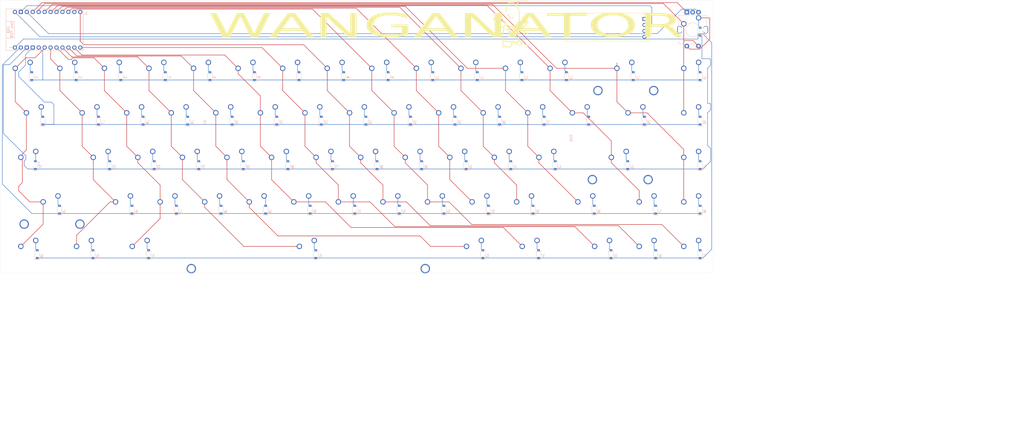
<source format=kicad_pcb>
(kicad_pcb (version 20240108) (generator "pcbnew") (generator_version "8.0")
  (layers (0 "F.Cu" signal) (31 "B.Cu" signal) (34 "B.Paste" user) (35 "F.Paste" user) (36 "B.SilkS" user "B.Silkscreen") (37 "F.SilkS" user "F.Silkscreen") (38 "B.Mask" user) (39 "F.Mask" user) (44 "Edge.Cuts" user))
  (net 0 "")
  (net 1 "row0")
  (net 2 "Net-(D1-A)")
  (net 3 "Net-(D2-A)")
  (net 4 "Net-(D3-A)")
  (net 5 "Net-(D4-A)")
  (net 6 "Net-(D5-A)")
  (net 7 "Net-(D6-A)")
  (net 8 "Net-(D7-A)")
  (net 9 "Net-(D8-A)")
  (net 10 "Net-(D9-A)")
  (net 11 "Net-(D10-A)")
  (net 12 "Net-(D11-A)")
  (net 13 "Net-(D12-A)")
  (net 14 "Net-(D13-A)")
  (net 15 "Net-(D14-A)")
  (net 16 "Net-(D15-A)")
  (net 17 "row1")
  (net 18 "Net-(D16-A)")
  (net 19 "Net-(D17-A)")
  (net 20 "Net-(D18-A)")
  (net 21 "Net-(D19-A)")
  (net 22 "Net-(D20-A)")
  (net 23 "Net-(D21-A)")
  (net 24 "Net-(D22-A)")
  (net 25 "Net-(D23-A)")
  (net 26 "Net-(D24-A)")
  (net 27 "Net-(D25-A)")
  (net 28 "Net-(D26-A)")
  (net 29 "Net-(D27-A)")
  (net 30 "Net-(D28-A)")
  (net 31 "Net-(D29-A)")
  (net 32 "Net-(D30-A)")
  (net 33 "row2")
  (net 34 "Net-(D31-A)")
  (net 35 "Net-(D32-A)")
  (net 36 "Net-(D33-A)")
  (net 37 "Net-(D34-A)")
  (net 38 "Net-(D35-A)")
  (net 39 "Net-(D36-A)")
  (net 40 "Net-(D37-A)")
  (net 41 "Net-(D38-A)")
  (net 42 "Net-(D39-A)")
  (net 43 "Net-(D40-A)")
  (net 44 "Net-(D41-A)")
  (net 45 "Net-(D42-A)")
  (net 46 "Net-(D43-A)")
  (net 47 "Net-(D44-A)")
  (net 48 "row3")
  (net 49 "Net-(D45-A)")
  (net 50 "Net-(D46-A)")
  (net 51 "Net-(D47-A)")
  (net 52 "Net-(D48-A)")
  (net 53 "Net-(D49-A)")
  (net 54 "Net-(D50-A)")
  (net 55 "Net-(D51-A)")
  (net 56 "Net-(D52-A)")
  (net 57 "Net-(D53-A)")
  (net 58 "Net-(D54-A)")
  (net 59 "Net-(D55-A)")
  (net 60 "Net-(D56-A)")
  (net 61 "Net-(D57-A)")
  (net 62 "Net-(D58-A)")
  (net 63 "row 4")
  (net 64 "Net-(D59-A)")
  (net 65 "Net-(D60-A)")
  (net 66 "Net-(D61-A)")
  (net 67 "Net-(D62-A)")
  (net 68 "Net-(D63-A)")
  (net 69 "Net-(D64-A)")
  (net 70 "Net-(D65-A)")
  (net 71 "Net-(D66-A)")
  (net 72 "Net-(D67-A)")
  (net 73 "column 0")
  (net 74 "column1")
  (net 75 "column2")
  (net 76 "column3")
  (net 77 "column4")
  (net 78 "column5")
  (net 79 "column6")
  (net 80 "column7")
  (net 81 "column8")
  (net 82 "column9")
  (net 83 "column10")
  (net 84 "column11")
  (net 85 "column12")
  (net 86 "column13")
  (net 87 "RotationA")
  (net 88 "SCL")
  (net 89 "RotationB")
  (net 90 "SDA")
  (net 91 "encoderA")
  (net 92 "encoderB")
  (net 93 "GND")
  (net 94 "VCC")
  (footprint "PCM_marbastlib-mx:SW_MX_1u" (layer "F.Cu") (at 183.35625 40.48125)
    (property "Reference" "MX24" (hide yes))
    (property "Value" "MX_SW_solder")
  )
  (footprint "PCM_marbastlib-mx:SW_MX_1u" (layer "F.Cu") (at 140.49375 78.58125)
    (property "Reference" "MX50" (hide yes))
    (property "Value" "MX_SW_solder")
  )
  (footprint "PCM_marbastlib-mx:SW_MX_1u" (layer "F.Cu") (at 64.29375 78.58125)
    (property "Reference" "MX46" (hide yes))
    (property "Value" "MX_SW_solder")
  )
  (footprint "PCM_marbastlib-mx:SW_MX_1u" (layer "F.Cu") (at 73.81875 59.53125)
    (property "Reference" "MX33" (hide yes))
    (property "Value" "MX_SW_solder")
  )
  (footprint "PCM_marbastlib-mx:SW_MX_1u" (layer "F.Cu") (at 33.3375 78.58125)
    (property "Reference" "MX45" (hide yes))
    (property "Value" "MX_SW_solder")
  )
  (footprint "PCM_marbastlib-mx:SW_MX_1.25u" (layer "F.Cu") (at 238.125 97.63125)
    (property "Reference" "MX64" (hide yes))
    (property "Value" "MX_SW_solder")
  )
  (footprint "PCM_marbastlib-mx:SW_MX_1u" (layer "F.Cu") (at 145.25625 40.48125)
    (property "Reference" "MX22" (hide yes))
    (property "Value" "MX_SW_solder")
  )
  (footprint "PCM_marbastlib-mx:SW_MX_1u" (layer "F.Cu") (at 188.11875 59.53125)
    (property "Reference" "MX39" (hide yes))
    (property "Value" "MX_SW_solder")
  )
  (footprint "PCM_marbastlib-mx:SW_MX_1u" (layer "F.Cu") (at 21.43125 21.43125)
    (property "Reference" "MX1" (hide yes))
    (property "Value" "MX_SW_solder")
  )
  (footprint "PCM_marbastlib-mx:SW_MX_1u" (layer "F.Cu") (at 288.13125 97.63125)
    (property "Reference" "MX66" (hide yes))
    (property "Value" "MX_SW_solder")
  )
  (footprint "PCM_marbastlib-mx:SW_MX_1u" (layer "F.Cu") (at 276.225 59.53125)
    (property "Reference" "MX43" (hide yes))
    (property "Value" "MX_SW_solder")
  )
  (footprint "PCM_marbastlib-mx:SW_MX_1.25u" (layer "F.Cu") (at 214.3125 97.63125)
    (property "Reference" "MX63" (hide yes))
    (property "Value" "MX_SW_solder")
  )
  (footprint "PCM_marbastlib-mx:SW_MX_1u" (layer "F.Cu") (at 50.00625 40.48125)
    (property "Reference" "MX17" (hide yes))
    (property "Value" "MX_SW_solder")
  )
  (footprint "PCM_marbastlib-mx:SW_MX_1.25u" (layer "F.Cu") (at 47.625 97.63125)
    (property "Reference" "MX60" (hide yes))
    (property "Value" "MX_SW_solder")
  )
  (footprint "PCM_marbastlib-mx:SW_MX_1.75u" (layer "F.Cu") (at 261.9375 78.58125)
    (property "Reference" "MX56" (hide yes))
    (property "Value" "MX_SW_solder")
  )
  (footprint "PCM_marbastlib-mx:SW_MX_1u" (layer "F.Cu") (at 278.60625 21.43125)
    (property "Reference" "MX14" (hide yes))
    (property "Value" "MX_SW_solder")
  )
  (footprint "PCM_marbastlib-mx:SW_MX_1u" (layer "F.Cu") (at 159.54375 78.58125)
    (property "Reference" "MX51" (hide yes))
    (property "Value" "MX_SW_solder")
  )
  (footprint "PCM_marbastlib-mx:STAB_MX_P_2u" (layer "F.Cu") (at 278.60625 21.43125 180)
    (property "Reference" "S1" (hide yes))
    (property "Value" "MX_stab")
  )
  (footprint "PCM_marbastlib-mx:SW_MX_1u" (layer "F.Cu") (at 59.53125 21.43125)
    (property "Reference" "MX3" (hide yes))
    (property "Value" "MX_SW_solder")
  )
  (footprint "PCM_marbastlib-mx:SW_MX_1u" (layer "F.Cu") (at 83.34375 78.58125)
    (property "Reference" "MX47" (hide yes))
    (property "Value" "MX_SW_solder")
  )
  (footprint "PCM_marbastlib-mx:SW_MX_1u" (layer "F.Cu") (at 216.69375 78.58125)
    (property "Reference" "MX54" (hide yes))
    (property "Value" "MX_SW_solder")
  )
  (footprint "PCM_marbastlib-mx:STAB_MX_P_6.25u" (layer "F.Cu") (at 142.875 97.63125 180)
    (property "Reference" "S4" (hide yes))
    (property "Value" "MX_stab")
  )
  (footprint "PCM_marbastlib-mx:STAB_MX_P_2.25u" (layer "F.Cu") (at 276.225 59.53125 180)
    (property "Reference" "S2" (hide yes))
    (property "Value" "MX_stab")
  )
  (footprint "PCM_marbastlib-mx:SW_MX_1.5u" (layer "F.Cu") (at 283.36875 40.48125)
    (property "Reference" "MX29" (hide yes))
    (property "Value" "MX_SW_solder")
  )
  (footprint "PCM_marbastlib-mx:SW_MX_1u" (layer "F.Cu") (at 111.91875 59.53125)
    (property "Reference" "MX35" (hide yes))
    (property "Value" "MX_SW_solder")
  )
  (footprint "PCM_marbastlib-mx:SW_MX_1u" (layer "F.Cu") (at 116.68125 21.43125)
    (property "Reference" "MX6" (hide yes))
    (property "Value" "MX_SW_solder")
  )
  (footprint "PCM_marbastlib-mx:SW_MX_1u" (layer "F.Cu") (at 126.20625 40.48125)
    (property "Reference" "MX21" (hide yes))
    (property "Value" "MX_SW_solder")
  )
  (footprint "PCM_marbastlib-mx:SW_MX_1u" (layer "F.Cu") (at 169.06875 59.53125)
    (property "Reference" "MX38" (hide yes))
    (property "Value" "MX_SW_solder")
  )
  (footprint "PCM_marbastlib-mx:SW_MX_1u" (layer "F.Cu") (at 240.50625 40.48125)
    (property "Reference" "MX27" (hide yes))
    (property "Value" "MX_SW_solder")
  )
  (footprint "PCM_marbastlib-mx:SW_MX_1u" (layer "F.Cu") (at 269.08125 97.63125)
    (property "Reference" "MX65" (hide yes))
    (property "Value" "MX_SW_solder")
  )
  (footprint "PCM_marbastlib-mx:STAB_MX_P_2.25u" (layer "F.Cu") (at 33.3375 78.58125 180)
    (property "Reference" "S3" (hide yes))
    (property "Value" "MX_stab")
  )
  (footprint "Connector_PinHeader_2.54mm:PinHeader_1x04_P2.54mm_Vertical" (layer "F.Cu") (at 286.54375 -2.2125)
    (property "Reference" "J2")
    (property "Value" "Conn_01x04")
  )
  (footprint "PCM_marbastlib-mx:SW_MX_1u" (layer "F.Cu") (at 78.58125 21.43125)
    (property "Reference" "MX4" (hide yes))
    (property "Value" "MX_SW_solder")
  )
  (footprint "PCM_marbastlib-mx:SW_MX_1u" (layer "F.Cu") (at 230.98125 21.43125)
    (property "Reference" "MX12" (hide yes))
    (property "Value" "MX_SW_solder")
  )
  (footprint "PCM_marbastlib-mx:SW_MX_1u" (layer "F.Cu") (at 307.18125 40.48125)
    (property "Reference" "MX30" (hide yes))
    (property "Value" "MX_SW_solder")
  )
  (footprint "PCM_marbastlib-mx:SW_MX_1u" (layer "F.Cu") (at 307.18125 59.53125)
    (property "Reference" "MX44" (hide yes))
    (property "Value" "MX_SW_solder")
  )
  (footprint "PCM_marbastlib-mx:SW_MX_1u" (layer "F.Cu") (at 102.39375 78.58125)
    (property "Reference" "MX48" (hide yes))
    (property "Value" "MX_SW_solder")
  )
  (footprint "PCM_marbastlib-mx:SW_MX_1u" (layer "F.Cu") (at 250.03125 21.43125)
    (property "Reference" "MX13" (hide yes))
    (property "Value" "MX_SW_solder")
  )
  (footprint "PCM_marbastlib-mx:SW_MX_1u" (layer "F.Cu") (at 235.74375 78.58125)
    (property "Reference" "MX55" (hide yes))
    (property "Value" "MX_SW_solder")
  )
  (footprint "PCM_marbastlib-mx:SW_MX_1u" (layer "F.Cu") (at 135.73125 21.43125)
    (property "Reference" "MX7" (hide yes))
    (property "Value" "MX_SW_solder")
  )
  (footprint "PCM_marbastlib-mx:SW_MX_1u" (layer "F.Cu") (at 97.63125 21.43125)
    (property "Reference" "MX5" (hide yes))
    (property "Value" "MX_SW_solder")
  )
  (footprint "PCM_marbastlib-mx:SW_MX_1u" (layer "F.Cu") (at 142.875 97.63125)
    (property "Reference" "MX62" (hide yes))
    (property "Value" "MX_SW_solder")
  )
  (footprint "PCM_marbastlib-mx:SW_MX_1u" (layer "F.Cu") (at 221.45625 40.48125)
    (property "Reference" "MX26" (hide yes))
    (property "Value" "MX_SW_solder")
  )
  (footprint "PCM_marbastlib-mx:SW_MX_1u" (layer "F.Cu") (at 178.59375 78.58125)
    (property "Reference" "MX52" (hide yes))
    (property "Value" "MX_SW_solder")
  )
  (footprint "PCM_marbastlib-mx:SW_MX_1u" (layer "F.Cu") (at 69.05625 40.48125)
    (property "Reference" "MX18" (hide yes))
    (property "Value" "MX_SW_solder")
  )
  (footprint "PCM_marbastlib-mx:SW_MX_1u" (layer "F.Cu") (at 92.86875 59.53125)
    (property "Reference" "MX34" (hide yes))
    (property "Value" "MX_SW_solder")
  )
  (footprint "PCM_marbastlib-mx:SW_MX_1u" (layer "F.Cu") (at 121.44375 78.58125)
    (property "Reference" "MX49" (hide yes))
    (property "Value" "MX_SW_solder")
  )
  (footprint "PCM_marbastlib-mx:SW_MX_1u" (layer "F.Cu") (at 192.88125 21.43125)
    (property "Reference" "MX10" (hide yes))
    (property "Value" "MX_SW_solder")
  )
  (footprint "PCM_marbastlib-mx:SW_MX_1u" (layer "F.Cu") (at 245.26875 59.53125)
    (property "Reference" "MX42" (hide yes))
    (property "Value" "MX_SW_solder")
  )
  (footprint "PCM_marbastlib-mx:SW_MX_1u" (layer "F.Cu") (at 307.18125 78.58125)
    (property "Reference" "MX58" (hide yes))
    (property "Value" "MX_SW_solder")
  )
  (footprint "PCM_marbastlib-mx:SW_MX_1.25u" (layer "F.Cu") (at 23.8125 59.53125)
    (property "Reference" "MX31" (hide yes))
    (property "Value" "MX_SW_solder")
  )
  (footprint "PCM_marbastlib-mx:SW_MX_1u" (layer "F.Cu") (at 164.30625 40.48125)
    (property "Reference" "MX23" (hide yes))
    (property "Value" "MX_SW_solder")
  )
  (footprint "PCM_marbastlib-mx:SW_MX_1.25u" (layer "F.Cu") (at 71.4375 97.63125)
    (property "Reference" "MX61" (hide yes))
    (property "Value" "MX_SW_solder")
  )
  (footprint "PCM_marbastlib-mx:SW_MX_1u" (layer "F.Cu") (at 54.76875 59.53125)
    (property "Reference" "MX32" (hide yes))
    (property "Value" "MX_SW_solder")
  )
  (footprint "PCM_marbastlib-mx:SW_MX_1u" (layer "F.Cu") (at 307.18125 21.43125)
    (property "Reference" "MX15" (hide yes))
    (property "Value" "MX_SW_solder")
  )
  (footprint "PCM_marbastlib-mx:SW_MX_1u" (layer "F.Cu") (at 173.83125 21.43125)
    (property "Reference" "MX9" (hide yes))
    (property "Value" "MX_SW_solder")
  )
  (footprint "PCM_marbastlib-mx:SW_MX_1u" (layer "F.Cu") (at 107.15625 40.48125)
    (property "Reference" "MX20" (hide yes))
    (property "Value" "MX_SW_solder")
  )
  (footprint "LOGO" (layer "F.Cu") (at 229.39375 0)
    (property "Reference" "G***" (hide yes))
    (property "Value" "LOGO" (hide yes))
  )
  (footprint "PCM_marbastlib-mx:SW_MX_1u" (layer "F.Cu") (at 150.01875 59.53125)
    (property "Reference" "MX37" (hide yes))
    (property "Value" "MX_SW_solder")
  )
  (footprint "PCM_marbastlib-mx:SW_MX_1.25u" (layer "F.Cu") (at 23.8125 97.63125)
    (property "Reference" "MX59" (hide yes))
    (property "Value" "MX_SW_solder")
  )
  (footprint "PCM_marbastlib-mx:SW_MX_1u" (layer "F.Cu") (at 259.55625 40.48125)
    (property "Reference" "MX28" (hide yes))
    (property "Value" "MX_SW_solder")
  )
  (footprint "PCM_marbastlib-mx:SW_MX_1u" (layer "F.Cu") (at 226.21875 59.53125)
    (property "Reference" "MX41" (hide yes))
    (property "Value" "MX_SW_solder")
  )
  (footprint "PCM_marbastlib-mx:SW_MX_1u" (layer "F.Cu") (at 307.18125 2.38125)
    (property "Reference" "MX68" (hide yes))
    (property "Value" "MX_SW_solder")
  )
  (footprint "PCM_marbastlib-mx:SW_MX_1u" (layer "F.Cu") (at 202.40625 40.48125)
    (property "Reference" "MX25" (hide yes))
    (property "Value" "MX_SW_solder")
  )
  (footprint "PCM_marbastlib-mx:SW_MX_1u" (layer "F.Cu") (at 197.64375 78.58125)
    (property "Reference" "MX53" (hide yes))
    (property "Value" "MX_SW_solder")
  )
  (footprint "PCM_marbastlib-mx:SW_MX_1.5u" (layer "F.Cu") (at 26.19375 40.48125)
    (property "Reference" "MX16" (hide yes))
    (property "Value" "MX_SW_solder")
  )
  (footprint "PCM_marbastlib-mx:SW_MX_1u" (layer "F.Cu") (at 130.96875 59.53125)
    (property "Reference" "MX36" (hide yes))
    (property "Value" "MX_SW_solder")
  )
  (footprint "PCM_marbastlib-mx:SW_MX_1u" (layer "F.Cu") (at 288.13125 78.58125)
    (property "Reference" "MX57" (hide yes))
    (property "Value" "MX_SW_solder")
  )
  (footprint "PCM_marbastlib-mx:SW_MX_1u" (layer "F.Cu") (at 207.16875 59.53125)
    (property "Reference" "MX40" (hide yes))
    (property "Value" "MX_SW_solder")
  )
  (footprint "PCM_marbastlib-mx:SW_MX_1u" (layer "F.Cu") (at 40.48125 21.43125)
    (property "Reference" "MX2" (hide yes))
    (property "Value" "MX_SW_solder")
  )
  (footprint "PCM_marbastlib-mx:SW_MX_1u" (layer "F.Cu") (at 307.18125 97.63125)
    (property "Reference" "MX67" (hide yes))
    (property "Value" "MX_SW_solder")
  )
  (footprint "PCM_marbastlib-mx:SW_MX_1u" (layer "F.Cu") (at 154.78125 21.43125)
    (property "Reference" "MX8" (hide yes))
    (property "Value" "MX_SW_solder")
  )
  (footprint "PCM_marbastlib-mx:SW_MX_1u" (layer "F.Cu") (at 88.10625 40.48125)
    (property "Reference" "MX19" (hide yes))
    (property "Value" "MX_SW_solder")
  )
  (footprint "PCM_marbastlib-mx:SW_MX_1u" (layer "F.Cu") (at 211.93125 21.43125)
    (property "Reference" "MX11" (hide yes))
    (property "Value" "MX_SW_solder")
  )
  (footprint "Diode_SMD:D_SOD-123" (layer "B.Cu") (at 162.71875 79.375 90)
    (property "Reference" "D51")
    (property "Value" "D_Small")
  )
  (footprint "Diode_SMD:D_SOD-123" (layer "B.Cu") (at 167.48125 41.275 90)
    (property "Reference" "D23")
    (property "Value" "D_Small")
  )
  (footprint "Diode_SMD:D_SOD-123" (layer "B.Cu") (at 262.73125 41.275 90)
    (property "Reference" "D28")
    (property "Value" "D_Small")
  )
  (footprint "Diode_SMD:D_SOD-123" (layer "B.Cu") (at 205.58125 41.275 90)
    (property "Reference" "D25")
    (property "Value" "D_Small")
  )
  (footprint "Diode_SMD:D_SOD-123" (layer "B.Cu") (at 62.70625 22.225 90)
    (property "Reference" "D3")
    (property "Value" "D_Small")
  )
  (footprint "Diode_SMD:D_SOD-123" (layer "B.Cu") (at 310.35625 60.325 90)
    (property "Reference" "D44")
    (property "Value" "D_Small")
  )
  (footprint "Diode_SMD:D_SOD-123" (layer "B.Cu") (at 172.24375 60.325 90)
    (property "Reference" "D38")
    (property "Value" "D_Small")
  )
  (footprint "PCM_marbastlib-various:RotaryEncoder_EC11" (layer "B.Cu") (at 307.18125 2.38125 -90)
    (property "Reference" "SW1")
    (property "Value" "RotaryEncoder_Switch")
  )
  (footprint "Diode_SMD:D_SOD-123" (layer "B.Cu") (at 36.5125 79.375 90)
    (property "Reference" "D45")
    (property "Value" "D_Small")
  )
  (footprint "Diode_SMD:D_SOD-123" (layer "B.Cu") (at 143.66875 79.375 90)
    (property "Reference" "D50")
    (property "Value" "D_Small")
  )
  (footprint "Diode_SMD:D_SOD-123" (layer "B.Cu") (at 100.80625 22.225 90)
    (property "Reference" "D5")
    (property "Value" "D_Small")
  )
  (footprint "Diode_SMD:D_SOD-123" (layer "B.Cu") (at 157.95625 22.225 90)
    (property "Reference" "D8")
    (property "Value" "D_Small")
  )
  (footprint "Diode_SMD:D_SOD-123" (layer "B.Cu") (at 74.6125 98.425 90)
    (property "Reference" "D61")
    (property "Value" "D_Small")
  )
  (footprint "Diode_SMD:D_SOD-123" (layer "B.Cu") (at 248.44375 60.325 90)
    (property "Reference" "D42")
    (property "Value" "D_Small")
  )
  (footprint "Diode_SMD:D_SOD-123" (layer "B.Cu") (at 191.29375 60.325 90)
    (property "Reference" "D39")
    (property "Value" "D_Small")
  )
  (footprint "Diode_SMD:D_SOD-123" (layer "B.Cu") (at 196.05625 22.225 90)
    (property "Reference" "D10")
    (property "Value" "D_Small")
  )
  (footprint "Diode_SMD:D_SOD-123" (layer "B.Cu") (at 200.81875 79.375 90)
    (property "Reference" "D53")
    (property "Value" "D_Small")
  )
  (footprint "Diode_SMD:D_SOD-123" (layer "B.Cu") (at 253.20625 22.225 90)
    (property "Reference" "D13")
    (property "Value" "D_Small")
  )
  (footprint "Diode_SMD:D_SOD-123" (layer "B.Cu") (at 310.35625 79.375 90)
    (property "Reference" "D58")
    (property "Value" "D_Small")
  )
  (footprint "Diode_SMD:D_SOD-123" (layer "B.Cu") (at 272.25625 98.425 90)
    (property "Reference" "D65")
    (property "Value" "D_Small")
  )
  (footprint "Diode_SMD:D_SOD-123" (layer "B.Cu") (at 105.56875 79.375 90)
    (property "Reference" "D48")
    (property "Value" "D_Small")
  )
  (footprint "Diode_SMD:D_SOD-123" (layer "B.Cu") (at 29.36875 41.275 90)
    (property "Reference" "D16")
    (property "Value" "D_Small")
  )
  (footprint "Diode_SMD:D_SOD-123" (layer "B.Cu") (at 96.04375 60.325 90)
    (property "Reference" "D34")
    (property "Value" "D_Small")
  )
  (footprint "PCM_marbastlib-xp-promicroish:ProMicro_USBdn" (layer "B.Cu") (at 31.4325 2.38125 -90)
    (property "Reference" "J1")
    (property "Value" "Conn_02x12_Top_Bottom")
  )
  (footprint "Diode_SMD:D_SOD-123" (layer "B.Cu") (at 57.94375 60.325 90)
    (property "Reference" "D32")
    (property "Value" "D_Small")
  )
  (footprint "Diode_SMD:D_SOD-123" (layer "B.Cu") (at 110.33125 41.275 90)
    (property "Reference" "D20")
    (property "Value" "D_Small")
  )
  (footprint "Diode_SMD:D_SOD-123" (layer "B.Cu") (at 291.30625 79.375 90)
    (property "Reference" "D57")
    (property "Value" "D_Small")
  )
  (footprint "Diode_SMD:D_SOD-123" (layer "B.Cu") (at 310.35625 3.175 90)
    (property "Reference" "D68")
    (property "Value" "D_Small")
  )
  (footprint "Diode_SMD:D_SOD-123" (layer "B.Cu") (at 210.34375 60.325 90)
    (property "Reference" "D40")
    (property "Value" "D_Small")
  )
  (footprint "Diode_SMD:D_SOD-123" (layer "B.Cu") (at 24.60625 22.225 90)
    (property "Reference" "D1")
    (property "Value" "D_Small")
  )
  (footprint "Diode_SMD:D_SOD-123" (layer "B.Cu") (at 234.15625 22.225 90)
    (property "Reference" "D12")
    (property "Value" "D_Small")
  )
  (footprint "Diode_SMD:D_SOD-123" (layer "B.Cu") (at 148.43125 41.275 90)
    (property "Reference" "D22")
    (property "Value" "D_Small")
  )
  (footprint "Diode_SMD:D_SOD-123" (layer "B.Cu") (at 50.8 98.425 90)
    (property "Reference" "D60")
    (property "Value" "D_Small")
  )
  (footprint "Diode_SMD:D_SOD-123" (layer "B.Cu") (at 138.90625 22.225 90)
    (property "Reference" "D7")
    (property "Value" "D_Small")
  )
  (footprint "Diode_SMD:D_SOD-123" (layer "B.Cu") (at 26.9875 98.425 90)
    (property "Reference" "D59")
    (property "Value" "D_Small")
  )
  (footprint "Diode_SMD:D_SOD-123" (layer "B.Cu") (at 286.54375 41.275 90)
    (property "Reference" "D29")
    (property "Value" "D_Small")
  )
  (footprint "Diode_SMD:D_SOD-123" (layer "B.Cu") (at 129.38125 41.275 90)
    (property "Reference" "D21")
    (property "Value" "D_Small")
  )
  (footprint "Diode_SMD:D_SOD-123" (layer "B.Cu") (at 91.28125 41.275 90)
    (property "Reference" "D19")
    (property "Value" "D_Small")
  )
  (footprint "Diode_SMD:D_SOD-123" (layer "B.Cu") (at 153.19375 60.325 90)
    (property "Reference" "D37")
    (property "Value" "D_Small")
  )
  (footprint "Diode_SMD:D_SOD-123" (layer "B.Cu") (at 224.63125 41.275 90)
    (property "Reference" "D26")
    (property "Value" "D_Small")
  )
  (footprint "Diode_SMD:D_SOD-123" (layer "B.Cu") (at 229.39375 60.325 90)
    (property "Reference" "D41")
    (property "Value" "D_Small")
  )
  (footprint "Diode_SMD:D_SOD-123" (layer "B.Cu") (at 238.91875 79.375 90)
    (property "Reference" "D55")
    (property "Value" "D_Small")
  )
  (footprint "Diode_SMD:D_SOD-123" (layer "B.Cu") (at 243.68125 41.275 90)
    (property "Reference" "D27")
    (property "Value" "D_Small")
  )
  (footprint "Diode_SMD:D_SOD-123" (layer "B.Cu") (at 279.4 60.325 90)
    (property "Reference" "D43")
    (property "Value" "D_Small")
  )
  (footprint "Diode_SMD:D_SOD-123" (layer "B.Cu") (at 146.05 98.425 90)
    (property "Reference" "D62")
    (property "Value" "D_Small")
  )
  (footprint "Diode_SMD:D_SOD-123" (layer "B.Cu") (at 281.78125 22.225 90)
    (property "Reference" "D14")
    (property "Value" "D_Small")
  )
  (footprint "Diode_SMD:D_SOD-123" (layer "B.Cu") (at 86.51875 79.375 90)
    (property "Reference" "D47")
    (property "Value" "D_Small")
  )
  (footprint "Diode_SMD:D_SOD-123" (layer "B.Cu") (at 43.65625 22.225 90)
    (property "Reference" "D2")
    (property "Value" "D_Small")
  )
  (footprint "Diode_SMD:D_SOD-123" (layer "B.Cu") (at 310.35625 41.275 90)
    (property "Reference" "D30")
    (property "Value" "D_Small")
  )
  (footprint "Diode_SMD:D_SOD-123" (layer "B.Cu") (at 217.4875 98.425 90)
    (property "Reference" "D63")
    (property "Value" "D_Small")
  )
  (footprint "Diode_SMD:D_SOD-123" (layer "B.Cu") (at 181.76875 79.375 90)
    (property "Reference" "D52")
    (property "Value" "D_Small")
  )
  (footprint "Diode_SMD:D_SOD-123" (layer "B.Cu") (at 219.86875 79.375 90)
    (property "Reference" "D54")
    (property "Value" "D_Small")
  )
  (footprint "Diode_SMD:D_SOD-123" (layer "B.Cu") (at 119.85625 22.225 90)
    (property "Reference" "D6")
    (property "Value" "D_Small")
  )
  (footprint "Diode_SMD:D_SOD-123" (layer "B.Cu") (at 215.10625 22.225 90)
    (property "Reference" "D11")
    (property "Value" "D_Small")
  )
  (footprint "Diode_SMD:D_SOD-123" (layer "B.Cu") (at 53.18125 41.275 90)
    (property "Reference" "D17")
    (property "Value" "D_Small")
  )
  (footprint "Diode_SMD:D_SOD-123" (layer "B.Cu") (at 72.23125 41.275 90)
    (property "Reference" "D18")
    (property "Value" "D_Small")
  )
  (footprint "Diode_SMD:D_SOD-123" (layer "B.Cu") (at 241.3 98.425 90)
    (property "Reference" "D64")
    (property "Value" "D_Small")
  )
  (footprint "Diode_SMD:D_SOD-123" (layer "B.Cu") (at 186.53125 41.275 90)
    (property "Reference" "D24")
    (property "Value" "D_Small")
  )
  (footprint "Diode_SMD:D_SOD-123" (layer "B.Cu") (at 291.30625 98.425 90)
    (property "Reference" "D66")
    (property "Value" "D_Small")
  )
  (footprint "Diode_SMD:D_SOD-123" (layer "B.Cu") (at 310.35625 22.225 90)
    (property "Reference" "D15")
    (property "Value" "D_Small")
  )
  (footprint "Diode_SMD:D_SOD-123" (layer "B.Cu") (at 115.09375 60.325 90)
    (property "Reference" "D35")
    (property "Value" "D_Small")
  )
  (footprint "Diode_SMD:D_SOD-123" (layer "B.Cu") (at 67.46875 79.375 90)
    (property "Reference" "D46")
    (property "Value" "D_Small")
  )
  (footprint "Diode_SMD:D_SOD-123" (layer "B.Cu") (at 310.35625 98.425 90)
    (property "Reference" "D67")
    (property "Value" "D_Small")
  )
  (footprint "Diode_SMD:D_SOD-123" (layer "B.Cu") (at 81.75625 22.225 90)
    (property "Reference" "D4")
    (property "Value" "D_Small")
  )
  (footprint "Diode_SMD:D_SOD-123" (layer "B.Cu") (at 76.99375 60.325 90)
    (property "Reference" "D33")
    (property "Value" "D_Small")
  )
  (footprint "Diode_SMD:D_SOD-123" (layer "B.Cu") (at 265.1125 79.375 90)
    (property "Reference" "D56")
    (property "Value" "D_Small")
  )
  (footprint "Diode_SMD:D_SOD-123" (layer "B.Cu") (at 124.61875 79.375 90)
    (property "Reference" "D49")
    (property "Value" "D_Small")
  )
  (footprint "Diode_SMD:D_SOD-123" (layer "B.Cu") (at 177.00625 22.225 90)
    (property "Reference" "D9")
    (property "Value" "D_Small")
  )
  (footprint "Diode_SMD:D_SOD-123" (layer "B.Cu") (at 26.19375 60.325 90)
    (property "Reference" "D31")
    (property "Value" "D_Small")
  )
  (footprint "Diode_SMD:D_SOD-123" (layer "B.Cu") (at 134.14375 60.325 90)
    (property "Reference" "D36")
    (property "Value" "D_Small")
  )
  (gr_rect (start 252.4125 -4.7625) (end 288.4125 7.2375) (stroke (width 0.2)) (fill none) (layer "F.SilkS"))
  (gr_arc (start 12.7 106.3625) (mid 11.577468 105.897532) (end 11.1125 104.775) (stroke (width 0.05)) (layer "Edge.Cuts"))
  (gr_arc (start 11.1125 -8.73125) (mid 11.577468 -9.853782) (end 12.7 -10.31875) (stroke (width 0.05)) (layer "Edge.Cuts"))
  (gr_line (start 12.7 106.3625) (end 314.325 106.3625) (stroke (width 0.05)) (layer "Edge.Cuts"))
  (gr_arc (start 315.9125 104.775) (mid 315.447532 105.897532) (end 314.325 106.3625) (stroke (width 0.05)) (layer "Edge.Cuts"))
  (gr_arc (start 314.325 -10.31875) (mid 315.447532 -9.853782) (end 315.9125 -8.73125) (stroke (width 0.05)) (layer "Edge.Cuts"))
  (gr_line (start 315.9125 -8.73125) (end 315.9125 104.775) (stroke (width 0.05)) (layer "Edge.Cuts"))
  (gr_line (start 11.1125 104.775) (end 11.1125 -8.73125) (stroke (width 0.05)) (layer "Edge.Cuts"))
  (gr_line (start 314.325 -10.31875) (end 12.7 -10.31875) (stroke (width 0.05)) (layer "Edge.Cuts"))
  (gr_text "WANGANATOR" (at 100.0125 7.14375 0) (layer "F.SilkS") (effects (font (size 10 20) (thickness 1.25)) (justify left bottom)))
  (segment (start 29.36875 11.7475) (end 29.36875 23.875) (width 0.2) (layer "B.Cu") (net 1))
  (segment (start 29.36875 23.875) (end 48.41875 23.875) (width 0.2) (layer "B.Cu") (net 1))
  (segment (start 27.6225 10.00125) (end 29.36875 11.7475) (width 0.2) (layer "B.Cu") (net 1))
  (segment (start 24.60625 23.875) (end 29.36875 23.875) (width 0.2) (layer "B.Cu") (net 1))
  (segment (start 48.41875 23.875) (end 310.35625 23.875) (width 0.2) (layer "B.Cu") (net 1))
  (segment (start 23.97125 19.94) (end 23.97125 16.35125) (width 0.2) (layer "B.Cu") (net 2))
  (segment (start 24.60625 20.575) (end 23.97125 19.94) (width 0.2) (layer "B.Cu") (net 2))
  (segment (start 43.65625 20.575) (end 43.02125 19.94) (width 0.2) (layer "B.Cu") (net 3))
  (segment (start 43.02125 19.94) (end 43.02125 16.35125) (width 0.2) (layer "B.Cu") (net 3))
  (segment (start 62.05625 19.925) (end 62.05625 16.36625) (width 0.2) (layer "B.Cu") (net 4))
  (segment (start 62.70625 20.575) (end 62.05625 19.925) (width 0.2) (layer "B.Cu") (net 4))
  (segment (start 62.05625 16.36625) (end 62.07125 16.35125) (width 0.2) (layer "B.Cu") (net 4))
  (segment (start 81.75625 20.575) (end 81.12125 19.94) (width 0.2) (layer "B.Cu") (net 5))
  (segment (start 81.12125 19.94) (end 81.12125 16.35125) (width 0.2) (layer "B.Cu") (net 5))
  (segment (start 100.80625 20.575) (end 100.17125 19.94) (width 0.2) (layer "B.Cu") (net 6))
  (segment (start 100.17125 19.94) (end 100.17125 16.35125) (width 0.2) (layer "B.Cu") (net 6))
  (segment (start 119.85625 20.575) (end 119.22125 19.94) (width 0.2) (layer "B.Cu") (net 7))
  (segment (start 119.22125 19.94) (end 119.22125 16.35125) (width 0.2) (layer "B.Cu") (net 7))
  (segment (start 138.90625 20.575) (end 138.27125 19.94) (width 0.2) (layer "B.Cu") (net 8))
  (segment (start 138.27125 19.94) (end 138.27125 16.35125) (width 0.2) (layer "B.Cu") (net 8))
  (segment (start 157.95625 20.575) (end 157.32125 19.94) (width 0.2) (layer "B.Cu") (net 9))
  (segment (start 157.32125 19.94) (end 157.32125 16.35125) (width 0.2) (layer "B.Cu") (net 9))
  (segment (start 176.37125 19.94) (end 176.37125 16.35125) (width 0.2) (layer "B.Cu") (net 10))
  (segment (start 177.00625 20.575) (end 176.37125 19.94) (width 0.2) (layer "B.Cu") (net 10))
  (segment (start 196.05625 20.575) (end 195.42125 19.94) (width 0.2) (layer "B.Cu") (net 11))
  (segment (start 195.42125 19.94) (end 195.42125 16.35125) (width 0.2) (layer "B.Cu") (net 11))
  (segment (start 214.47125 19.94) (end 214.47125 16.35125) (width 0.2) (layer "B.Cu") (net 12))
  (segment (start 215.10625 20.575) (end 214.47125 19.94) (width 0.2) (layer "B.Cu") (net 12))
  (segment (start 233.50625 19.925) (end 233.50625 16.36625) (width 0.2) (layer "B.Cu") (net 13))
  (segment (start 234.15625 20.575) (end 233.50625 19.925) (width 0.2) (layer "B.Cu") (net 13))
  (segment (start 233.50625 16.36625) (end 233.52125 16.35125) (width 0.2) (layer "B.Cu") (net 13))
  (segment (start 252.55625 16.36625) (end 252.57125 16.35125) (width 0.2) (layer "B.Cu") (net 14))
  (segment (start 252.55625 19.925) (end 252.55625 16.36625) (width 0.2) (layer "B.Cu") (net 14))
  (segment (start 253.20625 20.575) (end 252.55625 19.925) (width 0.2) (layer "B.Cu") (net 14))
  (segment (start 281.78125 20.575) (end 281.13125 19.925) (width 0.2) (layer "B.Cu") (net 15))
  (segment (start 281.13125 19.925) (end 281.13125 16.36625) (width 0.2) (layer "B.Cu") (net 15))
  (segment (start 281.13125 16.36625) (end 281.14625 16.35125) (width 0.2) (layer "B.Cu") (net 15))
  (segment (start 309.70625 19.925) (end 309.70625 16.36625) (width 0.2) (layer "B.Cu") (net 16))
  (segment (start 310.35625 20.575) (end 309.70625 19.925) (width 0.2) (layer "B.Cu") (net 16))
  (segment (start 309.70625 16.36625) (end 309.72125 16.35125) (width 0.2) (layer "B.Cu") (net 16))
  (segment (start 34.13125 34.439006) (end 34.13125 42.925) (width 0.2) (layer "B.Cu") (net 17))
  (segment (start 19.08735 20.460375) (end 19.08735 22.402125) (width 0.2) (layer "B.Cu") (net 17))
  (segment (start 19.08735 22.402125) (end 30.022725 33.3375) (width 0.2) (layer "B.Cu") (net 17))
  (segment (start 310.35625 42.925) (end 29.36875 42.925) (width 0.2) (layer "B.Cu") (net 17))
  (segment (start 29.36875 42.925) (end 34.13125 42.925) (width 0.2) (layer "B.Cu") (net 17))
  (segment (start 33.029744 33.3375) (end 34.13125 34.439006) (width 0.2) (layer "B.Cu") (net 17))
  (segment (start 25.0825 10.00125) (end 22.02125 13.0625) (width 0.2) (layer "B.Cu") (net 17))
  (segment (start 30.022725 33.3375) (end 33.029744 33.3375) (width 0.2) (layer "B.Cu") (net 17))
  (segment (start 22.02125 13.0625) (end 22.02125 17.526475) (width 0.2) (layer "B.Cu") (net 17))
  (segment (start 22.02125 17.526475) (end 19.08735 20.460375) (width 0.2) (layer "B.Cu") (net 17))
  (segment (start 29.36875 39.625) (end 28.73375 38.99) (width 0.2) (layer "B.Cu") (net 18))
  (segment (start 28.73375 38.99) (end 28.73375 35.40125) (width 0.2) (layer "B.Cu") (net 18))
  (segment (start 52.54625 38.99) (end 52.54625 35.40125) (width 0.2) (layer "B.Cu") (net 19))
  (segment (start 53.18125 39.625) (end 52.54625 38.99) (width 0.2) (layer "B.Cu") (net 19))
  (segment (start 71.59625 38.99) (end 71.59625 35.40125) (width 0.2) (layer "B.Cu") (net 20))
  (segment (start 72.23125 39.625) (end 71.59625 38.99) (width 0.2) (layer "B.Cu") (net 20))
  (segment (start 91.28125 39.625) (end 90.64625 38.99) (width 0.2) (layer "B.Cu") (net 21))
  (segment (start 90.64625 38.99) (end 90.64625 35.40125) (width 0.2) (layer "B.Cu") (net 21))
  (segment (start 109.69625 38.99) (end 109.69625 35.40125) (width 0.2) (layer "B.Cu") (net 22))
  (segment (start 110.33125 39.625) (end 109.69625 38.99) (width 0.2) (layer "B.Cu") (net 22))
  (segment (start 128.74625 38.99) (end 128.74625 35.40125) (width 0.2) (layer "B.Cu") (net 23))
  (segment (start 129.38125 39.625) (end 128.74625 38.99) (width 0.2) (layer "B.Cu") (net 23))
  (segment (start 148.43125 39.625) (end 147.79625 38.99) (width 0.2) (layer "B.Cu") (net 24))
  (segment (start 147.79625 38.99) (end 147.79625 35.40125) (width 0.2) (layer "B.Cu") (net 24))
  (segment (start 167.48125 39.625) (end 166.84625 38.99) (width 0.2) (layer "B.Cu") (net 25))
  (segment (start 166.84625 38.99) (end 166.84625 35.40125) (width 0.2) (layer "B.Cu") (net 25))
  (segment (start 185.89625 38.99) (end 185.89625 35.40125) (width 0.2) (layer "B.Cu") (net 26))
  (segment (start 186.53125 39.625) (end 185.89625 38.99) (width 0.2) (layer "B.Cu") (net 26))
  (segment (start 204.94625 38.99) (end 204.94625 35.40125) (width 0.2) (layer "B.Cu") (net 27))
  (segment (start 205.58125 39.625) (end 204.94625 38.99) (width 0.2) (layer "B.Cu") (net 27))
  (segment (start 223.99625 38.99) (end 223.99625 35.40125) (width 0.2) (layer "B.Cu") (net 28))
  (segment (start 224.63125 39.625) (end 223.99625 38.99) (width 0.2) (layer "B.Cu") (net 28))
  (segment (start 243.68125 39.625) (end 243.04625 38.99) (width 0.2) (layer "B.Cu") (net 29))
  (segment (start 243.04625 38.99) (end 243.04625 35.40125) (width 0.2) (layer "B.Cu") (net 29))
  (segment (start 262.73125 39.625) (end 262.09625 38.99) (width 0.2) (layer "B.Cu") (net 30))
  (segment (start 262.09625 38.99) (end 262.09625 35.40125) (width 0.2) (layer "B.Cu") (net 30))
  (segment (start 285.90875 38.99) (end 285.90875 35.40125) (width 0.2) (layer "B.Cu") (net 31))
  (segment (start 286.54375 39.625) (end 285.90875 38.99) (width 0.2) (layer "B.Cu") (net 31))
  (segment (start 309.72125 38.99) (end 309.72125 35.40125) (width 0.2) (layer "B.Cu") (net 32))
  (segment (start 310.35625 39.625) (end 309.72125 38.99) (width 0.2) (layer "B.Cu") (net 32))
  (segment (start 22.155112 57.873863) (end 21.43125 58.597725) (width 0.2) (layer "B.Cu") (net 33))
  (segment (start 21.43125 58.597725) (end 21.43125 60.464775) (width 0.2) (layer "B.Cu") (net 33))
  (segment (start 314.84625 36.635994) (end 313.53125 37.950994) (width 0.2) (layer "B.Cu") (net 33))
  (segment (start 314.530994 14.80125) (end 314.84625 15.116506) (width 0.2) (layer "B.Cu") (net 33))
  (segment (start 314.84625 17.585994) (end 313.53125 18.900994) (width 0.2) (layer "B.Cu") (net 33))
  (segment (start 313.53125 33.85125) (end 314.530994 33.85125) (width 0.2) (layer "B.Cu") (net 33))
  (segment (start 22.941475 61.975) (end 26.19375 61.975) (width 0.2) (layer "B.Cu") (net 33))
  (segment (start 311.15 14.80125) (end 314.530994 14.80125) (width 0.2) (layer "B.Cu") (net 33))
  (segment (start 310.35625 4.825) (end 311.15 5.61875) (width 0.2) (layer "B.Cu") (net 33))
  (segment (start 313.53125 37.950994) (end 313.53125 51.901506) (width 0.2) (layer "B.Cu") (net 33))
  (segment (start 22.155112 56.386145) (end 22.155112 57.873863) (width 0.2) (layer "B.Cu") (net 33))
  (segment (start 314.84625 58.678662) (end 311.549912 61.975) (width 0.2) (layer "B.Cu") (net 33))
  (segment (start 314.84625 34.166506) (end 314.84625 36.635994) (width 0.2) (layer "B.Cu") (net 33))
  (segment (start 311.15 5.61875) (end 311.15 14.80125) (width 0.2) (layer "B.Cu") (net 33))
  (segment (start 26.19375 61.975) (end 310.35625 61.975) (width 0.2) (layer "B.Cu") (net 33))
  (segment (start 313.53125 18.900994) (end 313.53125 33.85125) (width 0.2) (layer "B.Cu") (net 33))
  (segment (start 314.84625 53.216506) (end 314.84625 58.678662) (width 0.2) (layer "B.Cu") (net 33))
  (segment (start 311.549912 61.975) (end 310.35625 61.975) (width 0.2) (layer "B.Cu") (net 33))
  (segment (start 15.2025 17.34125) (end 12.811506 17.34125) (width 0.2) (layer "B.Cu") (net 33))
  (segment (start 22.5425 10.00125) (end 15.2025 17.34125) (width 0.2) (layer "B.Cu") (net 33))
  (segment (start 12.49625 17.656506) (end 12.49625 46.727283) (width 0.2) (layer "B.Cu") (net 33))
  (segment (start 12.811506 17.34125) (end 12.49625 17.656506) (width 0.2) (layer "B.Cu") (net 33))
  (segment (start 21.43125 60.464775) (end 22.941475 61.975) (width 0.2) (layer "B.Cu") (net 33))
  (segment (start 314.530994 33.85125) (end 314.84625 34.166506) (width 0.2) (layer "B.Cu") (net 33))
  (segment (start 314.84625 15.116506) (end 314.84625 17.585994) (width 0.2) (layer "B.Cu") (net 33))
  (segment (start 313.53125 51.901506) (end 314.84625 53.216506) (width 0.2) (layer "B.Cu") (net 33))
  (segment (start 12.49625 46.727283) (end 22.155112 56.386145) (width 0.2) (layer "B.Cu") (net 33))
  (segment (start 26.19375 58.675) (end 26.3525 58.51625) (width 0.2) (layer "B.Cu") (net 34))
  (segment (start 26.3525 58.51625) (end 26.3525 55.245) (width 0.2) (layer "B.Cu") (net 34))
  (segment (start 26.3525 55.245) (end 25.55875 54.45125) (width 0.2) (layer "B.Cu") (net 34))
  (segment (start 57.29375 54.46625) (end 57.30875 54.45125) (width 0.2) (layer "B.Cu") (net 35))
  (segment (start 57.94375 58.675) (end 57.29375 58.025) (width 0.2) (layer "B.Cu") (net 35))
  (segment (start 57.29375 58.025) (end 57.29375 54.46625) (width 0.2) (layer "B.Cu") (net 35))
  (segment (start 76.34375 54.46625) (end 76.35875 54.45125) (width 0.2) (layer "B.Cu") (net 36))
  (segment (start 76.34375 58.025) (end 76.34375 54.46625) (width 0.2) (layer "B.Cu") (net 36))
  (segment (start 76.99375 58.675) (end 76.34375 58.025) (width 0.2) (layer "B.Cu") (net 36))
  (segment (start 95.39375 58.025) (end 95.39375 54.46625) (width 0.2) (layer "B.Cu") (net 37))
  (segment (start 95.39375 54.46625) (end 95.40875 54.45125) (width 0.2) (layer "B.Cu") (net 37))
  (segment (start 96.04375 58.675) (end 95.39375 58.025) (width 0.2) (layer "B.Cu") (net 37))
  (segment (start 115.09375 58.675) (end 114.44375 58.025) (width 0.2) (layer "B.Cu") (net 38))
  (segment (start 114.44375 54.46625) (end 114.45875 54.45125) (width 0.2) (layer "B.Cu") (net 38))
  (segment (start 114.44375 58.025) (end 114.44375 54.46625) (width 0.2) (layer "B.Cu") (net 38))
  (segment (start 133.49375 54.46625) (end 133.50875 54.45125) (width 0.2) (layer "B.Cu") (net 39))
  (segment (start 133.49375 58.025) (end 133.49375 54.46625) (width 0.2) (layer "B.Cu") (net 39))
  (segment (start 134.14375 58.675) (end 133.49375 58.025) (width 0.2) (layer "B.Cu") (net 39))
  (segment (start 153.19375 58.675) (end 152.54375 58.025) (width 0.2) (layer "B.Cu") (net 40))
  (segment (start 152.54375 58.025) (end 152.54375 54.46625) (width 0.2) (layer "B.Cu") (net 40))
  (segment (start 152.54375 54.46625) (end 152.55875 54.45125) (width 0.2) (layer "B.Cu") (net 40))
  (segment (start 171.59375 54.46625) (end 171.60875 54.45125) (width 0.2) (layer "B.Cu") (net 41))
  (segment (start 171.59375 58.025) (end 171.59375 54.46625) (width 0.2) (layer "B.Cu") (net 41))
  (segment (start 172.24375 58.675) (end 171.59375 58.025) (width 0.2) (layer "B.Cu") (net 41))
  (segment (start 190.64375 54.46625) (end 190.65875 54.45125) (width 0.2) (layer "B.Cu") (net 42))
  (segment (start 191.29375 58.675) (end 190.64375 58.025) (width 0.2) (layer "B.Cu") (net 42))
  (segment (start 190.64375 58.025) (end 190.64375 54.46625) (width 0.2) (layer "B.Cu") (net 42))
  (segment (start 209.69375 54.46625) (end 209.70875 54.45125) (width 0.2) (layer "B.Cu") (net 43))
  (segment (start 210.34375 58.675) (end 209.69375 58.025) (width 0.2) (layer "B.Cu") (net 43))
  (segment (start 209.69375 58.025) (end 209.69375 54.46625) (width 0.2) (layer "B.Cu") (net 43))
  (segment (start 228.74375 54.46625) (end 228.75875 54.45125) (width 0.2) (layer "B.Cu") (net 44))
  (segment (start 229.39375 58.675) (end 228.74375 58.025) (width 0.2) (layer "B.Cu") (net 44))
  (segment (start 228.74375 58.025) (end 228.74375 54.46625) (width 0.2) (layer "B.Cu") (net 44))
  (segment (start 247.79375 58.025) (end 247.79375 54.46625) (width 0.2) (layer "B.Cu") (net 45))
  (segment (start 248.44375 58.675) (end 247.79375 58.025) (width 0.2) (layer "B.Cu") (net 45))
  (segment (start 247.79375 54.46625) (end 247.80875 54.45125) (width 0.2) (layer "B.Cu") (net 45))
  (segment (start 278.75 54.46625) (end 278.765 54.45125) (width 0.2) (layer "B.Cu") (net 46))
  (segment (start 279.4 58.675) (end 278.75 58.025) (width 0.2) (layer "B.Cu") (net 46))
  (segment (start 278.75 58.025) (end 278.75 54.46625) (width 0.2) (layer "B.Cu") (net 46))
  (segment (start 309.70625 54.46625) (end 309.72125 54.45125) (width 0.2) (layer "B.Cu") (net 47))
  (segment (start 309.70625 58.025) (end 309.70625 54.46625) (width 0.2) (layer "B.Cu") (net 47))
  (segment (start 310.35625 58.675) (end 309.70625 58.025) (width 0.2) (layer "B.Cu") (net 47))
  (segment (start 12.09625 17.49082) (end 12.09625 68.4525) (width 0.2) (layer "B.Cu") (net 48))
  (segment (start 20.0025 10.00125) (end 19.58582 10.00125) (width 0.2) (layer "B.Cu") (net 48))
  (segment (start 310.35625 81.025) (end 36.5125 81.025) (width 0.2) (layer "B.Cu") (net 48))
  (segment (start 12.09625 68.4525) (end 24.66875 81.025) (width 0.2) (layer "B.Cu") (net 48))
  (segment (start 19.58582 10.00125) (end 12.09625 17.49082) (width 0.2) (layer "B.Cu") (net 48))
  (segment (start 36.5125 81.025) (end 24.66875 81.025) (width 0.2) (layer "B.Cu") (net 48))
  (segment (start 36.5125 77.725) (end 35.8625 77.075) (width 0.2) (layer "B.Cu") (net 49))
  (segment (start 35.8625 73.51625) (end 35.8775 73.50125) (width 0.2) (layer "B.Cu") (net 49))
  (segment (start 35.8625 77.075) (end 35.8625 73.51625) (width 0.2) (layer "B.Cu") (net 49))
  (segment (start 67.46875 77.725) (end 66.81875 77.075) (width 0.2) (layer "B.Cu") (net 50))
  (segment (start 66.81875 73.51625) (end 66.83375 73.50125) (width 0.2) (layer "B.Cu") (net 50))
  (segment (start 66.81875 77.075) (end 66.81875 73.51625) (width 0.2) (layer "B.Cu") (net 50))
  (segment (start 85.86875 77.075) (end 85.86875 73.51625) (width 0.2) (layer "B.Cu") (net 51))
  (segment (start 85.86875 73.51625) (end 85.88375 73.50125) (width 0.2) (layer "B.Cu") (net 51))
  (segment (start 86.51875 77.725) (end 85.86875 77.075) (width 0.2) (layer "B.Cu") (net 51))
  (segment (start 104.91875 77.075) (end 104.91875 73.51625) (width 0.2) (layer "B.Cu") (net 52))
  (segment (start 104.91875 73.51625) (end 104.93375 73.50125) (width 0.2) (layer "B.Cu") (net 52))
  (segment (start 105.56875 77.725) (end 104.91875 77.075) (width 0.2) (layer "B.Cu") (net 52))
  (segment (start 124.61875 74.13625) (end 123.98375 73.50125) (width 0.2) (layer "B.Cu") (net 53))
  (segment (start 124.61875 77.725) (end 124.61875 74.13625) (width 0.2) (layer "B.Cu") (net 53))
  (segment (start 143.01875 73.51625) (end 143.03375 73.50125) (width 0.2) (layer "B.Cu") (net 54))
  (segment (start 143.66875 77.725) (end 143.01875 77.075) (width 0.2) (layer "B.Cu") (net 54))
  (segment (start 143.01875 77.075) (end 143.01875 73.51625) (width 0.2) (layer "B.Cu") (net 54))
  (segment (start 162.06875 77.075) (end 162.06875 73.51625) (width 0.2) (layer "B.Cu") (net 55))
  (segment (start 162.06875 73.51625) (end 162.08375 73.50125) (width 0.2) (layer "B.Cu") (net 55))
  (segment (start 162.71875 77.725) (end 162.06875 77.075) (width 0.2) (layer "B.Cu") (net 55))
  (segment (start 181.76875 77.725) (end 181.13375 77.09) (width 0.2) (layer "B.Cu") (net 56))
  (segment (start 181.13375 77.09) (end 181.13375 73.50125) (width 0.2) (layer "B.Cu") (net 56))
  (segment (start 200.18375 77.09) (end 200.18375 73.50125) (width 0.2) (layer "B.Cu") (net 57))
  (segment (start 200.81875 77.725) (end 200.18375 77.09) (width 0.2) (layer "B.Cu") (net 57))
  (segment (start 219.21875 73.51625) (end 219.23375 73.50125) (width 0.2) (layer "B.Cu") (net 58))
  (segment (start 219.86875 77.725) (end 219.21875 77.075) (width 0.2) (layer "B.Cu") (net 58))
  (segment (start 219.21875 77.075) (end 219.21875 73.51625) (width 0.2) (layer "B.Cu") (net 58))
  (segment (start 238.26875 77.075) (end 238.26875 73.51625) (width 0.2) (layer "B.Cu") (net 59))
  (segment (start 238.91875 77.725) (end 238.26875 77.075) (width 0.2) (layer "B.Cu") (net 59))
  (segment (start 238.26875 73.51625) (end 238.28375 73.50125) (width 0.2) (layer "B.Cu") (net 59))
  (segment (start 264.4625 77.075) (end 264.4625 73.51625) (width 0.2) (layer "B.Cu") (net 60))
  (segment (start 264.4625 73.51625) (end 264.4775 73.50125) (width 0.2) (layer "B.Cu") (net 60))
  (segment (start 265.1125 77.725) (end 264.4625 77.075) (width 0.2) (layer "B.Cu") (net 60))
  (segment (start 290.65625 73.51625) (end 290.67125 73.50125) (width 0.2) (layer "B.Cu") (net 61))
  (segment (start 291.30625 77.725) (end 290.65625 77.075) (width 0.2) (layer "B.Cu") (net 61))
  (segment (start 290.65625 77.075) (end 290.65625 73.51625) (width 0.2) (layer "B.Cu") (net 61))
  (segment (start 309.70625 73.51625) (end 309.72125 73.50125) (width 0.2) (layer "B.Cu") (net 62))
  (segment (start 310.35625 77.725) (end 309.70625 77.075) (width 0.2) (layer "B.Cu") (net 62))
  (segment (start 309.70625 77.075) (end 309.70625 73.51625) (width 0.2) (layer "B.Cu") (net 62))
  (segment (start 309.35 6.35) (end 309.45625 6.24375) (width 0.2) (layer "B.Cu") (net 63))
  (segment (start 311.45 4.075) (end 315.3125 7.9375) (width 0.2) (layer "B.Cu") (net 63))
  (segment (start 315.3125 96.312412) (end 311.549912 100.075) (width 0.2) (layer "B.Cu") (net 63))
  (segment (start 74.6125 100.075) (end 146.05 100.075) (width 0.2) (layer "B.Cu") (net 63))
  (segment (start 315.3125 7.9375) (end 315.3125 96.312412) (width 0.2) (layer "B.Cu") (net 63))
  (segment (start 17.4625 10.00125) (end 21.11375 6.35) (width 0.2) (layer "B.Cu") (net 63))
  (segment (start 26.9875 100.075) (end 50.8 100.075) (width 0.2) (layer "B.Cu") (net 63))
  (segment (start 309.757554 4.075) (end 311.45 4.075) (width 0.2) (layer "B.Cu") (net 63))
  (segment (start 146.05 100.075) (end 310.35625 100.075) (width 0.2) (layer "B.Cu") (net 63))
  (segment (start 309.45625 4.376304) (end 309.757554 4.075) (width 0.2) (layer "B.Cu") (net 63))
  (segment (start 311.549912 100.075) (end 310.35625 100.075) (width 0.2) (layer "B.Cu") (net 63))
  (segment (start 309.45625 6.24375) (end 309.45625 4.376304) (width 0.2) (layer "B.Cu") (net 63))
  (segment (start 74.6125 100.075) (end 50.8 100.075) (width 0.2) (layer "B.Cu") (net 63))
  (segment (start 21.11375 6.35) (end 309.35 6.35) (width 0.2) (layer "B.Cu") (net 63))
  (segment (start 26.3375 92.56625) (end 26.3525 92.55125) (width 0.2) (layer "B.Cu") (net 64))
  (segment (start 26.3375 96.125) (end 26.3375 92.56625) (width 0.2) (layer "B.Cu") (net 64))
  (segment (start 26.9875 96.775) (end 26.3375 96.125) (width 0.2) (layer "B.Cu") (net 64))
  (segment (start 50.8 96.775) (end 50.15 96.125) (width 0.2) (layer "B.Cu") (net 65))
  (segment (start 50.15 92.56625) (end 50.165 92.55125) (width 0.2) (layer "B.Cu") (net 65))
  (segment (start 50.15 96.125) (end 50.15 92.56625) (width 0.2) (layer "B.Cu") (net 65))
  (segment (start 74.6125 96.775) (end 73.9625 96.125) (width 0.2) (layer "B.Cu") (net 66))
  (segment (start 73.9625 96.125) (end 73.9625 92.56625) (width 0.2) (layer "B.Cu") (net 66))
  (segment (start 73.9625 92.56625) (end 73.9775 92.55125) (width 0.2) (layer "B.Cu") (net 66))
  (segment (start 145.4 92.56625) (end 145.415 92.55125) (width 0.2) (layer "B.Cu") (net 67))
  (segment (start 146.05 96.775) (end 145.4 96.125) (width 0.2) (layer "B.Cu") (net 67))
  (segment (start 145.4 96.125) (end 145.4 92.56625) (width 0.2) (layer "B.Cu") (net 67))
  (segment (start 216.8375 92.56625) (end 216.8525 92.55125) (width 0.2) (layer "B.Cu") (net 68))
  (segment (start 217.4875 96.775) (end 216.8375 96.125) (width 0.2) (layer "B.Cu") (net 68))
  (segment (start 216.8375 96.125) (end 216.8375 92.56625) (width 0.2) (layer "B.Cu") (net 68))
  (segment (start 240.65 92.56625) (end 240.665 92.55125) (width 0.2) (layer "B.Cu") (net 69))
  (segment (start 240.65 96.125) (end 240.65 92.56625) (width 0.2) (layer "B.Cu") (net 69))
  (segment (start 241.3 96.775) (end 240.65 96.125) (width 0.2) (layer "B.Cu") (net 69))
  (segment (start 271.60625 96.125) (end 271.60625 92.56625) (width 0.2) (layer "B.Cu") (net 70))
  (segment (start 272.25625 96.775) (end 271.60625 96.125) (width 0.2) (layer "B.Cu") (net 70))
  (segment (start 271.60625 92.56625) (end 271.62125 92.55125) (width 0.2) (layer "B.Cu") (net 70))
  (segment (start 290.65625 96.125) (end 290.65625 92.56625) (width 0.2) (layer "B.Cu") (net 71))
  (segment (start 291.30625 96.775) (end 290.65625 96.125) (width 0.2) (layer "B.Cu") (net 71))
  (segment (start 290.65625 92.56625) (end 290.67125 92.55125) (width 0.2) (layer "B.Cu") (net 71))
  (segment (start 310.35625 96.775) (end 309.70625 96.125) (width 0.2) (layer "B.Cu") (net 72))
  (segment (start 309.70625 92.56625) (end 309.72125 92.55125) (width 0.2) (layer "B.Cu") (net 72))
  (segment (start 309.70625 96.125) (end 309.70625 92.56625) (width 0.2) (layer "B.Cu") (net 72))
  (segment (start 26.08 14.40125) (end 22.11125 14.40125) (width 0.2) (layer "F.Cu") (net 73))
  (segment (start 29.5275 76.04125) (end 29.5275 85.56625) (width 0.2) (layer "F.Cu") (net 73))
  (segment (start 30.1625 10.00125) (end 30.1625 10.31875) (width 0.2) (layer "F.Cu") (net 73))
  (segment (start 17.62125 18.89125) (end 17.62125 33.17875) (width 0.2) (layer "F.Cu") (net 73))
  (segment (start 22.11125 14.40125) (end 17.62125 18.89125) (width 0.2) (layer "F.Cu") (net 73))
  (segment (start 17.62125 33.17875) (end 22.38375 37.94125) (width 0.2) (layer "F.Cu") (net 73))
  (segment (start 30.1625 10.31875) (end 26.08 14.40125) (width 0.2) (layer "F.Cu") (net 73))
  (segment (start 19.08735 69.355375) (end 19.08735 71.297125) (width 0.2) (layer "F.Cu") (net 73))
  (segment (start 22.38375 53.81625) (end 20.6375 55.5625) (width 0.2) (layer "F.Cu") (net 73))
  (segment (start 20.6375 67.805225) (end 19.08735 69.355375) (width 0.2) (layer "F.Cu") (net 73))
  (segment (start 20.6375 55.5625) (end 20.6375 67.805225) (width 0.2) (layer "F.Cu") (net 73))
  (segment (start 22.38375 37.94125) (end 22.38375 53.81625) (width 0.2) (layer "F.Cu") (net 73))
  (segment (start 29.5275 85.56625) (end 20.0025 95.09125) (width 0.2) (layer "F.Cu") (net 73))
  (segment (start 19.08735 71.297125) (end 23.831475 76.04125) (width 0.2) (layer "F.Cu") (net 73))
  (segment (start 23.831475 76.04125) (end 29.5275 76.04125) (width 0.2) (layer "F.Cu") (net 73))
  (segment (start 43.815 90.376548) (end 58.150298 76.04125) (width 0.2) (layer "F.Cu") (net 74))
  (segment (start 46.19625 37.94125) (end 36.67125 28.41625) (width 0.2) (layer "F.Cu") (net 74))
  (segment (start 36.67125 28.41625) (end 36.67125 18.89125) (width 0.2) (layer "F.Cu") (net 74))
  (segment (start 60.48375 76.04125) (end 50.95875 66.51625) (width 0.2) (layer "F.Cu") (net 74))
  (segment (start 50.95875 56.99125) (end 46.19625 52.22875) (width 0.2) (layer "F.Cu") (net 74))
  (segment (start 43.815 95.09125) (end 43.815 90.376548) (width 0.2) (layer "F.Cu") (net 74))
  (segment (start 50.95875 66.51625) (end 50.95875 56.99125) (width 0.2) (layer "F.Cu") (net 74))
  (segment (start 58.150298 76.04125) (end 60.48375 76.04125) (width 0.2) (layer "F.Cu") (net 74))
  (segment (start 32.7025 10.00125) (end 32.7025 14.9225) (width 0.2) (layer "F.Cu") (net 74))
  (segment (start 46.19625 52.22875) (end 46.19625 37.94125) (width 0.2) (layer "F.Cu") (net 74))
  (segment (start 32.7025 14.9225) (end 36.67125 18.89125) (width 0.2) (layer "F.Cu") (net 74))
  (segment (start 55.72125 28.41625) (end 65.24625 37.94125) (width 0.2) (layer "F.Cu") (net 75))
  (segment (start 65.24625 52.22875) (end 70.00875 56.99125) (width 0.2) (layer "F.Cu") (net 75))
  (segment (start 51.23125 14.40125) (end 55.72125 18.89125) (width 0.2) (layer "F.Cu") (net 75))
  (segment (start 79.53375 76.04125) (end 79.53375 83.185) (width 0.2) (layer "F.Cu") (net 75))
  (segment (start 41.533533 15.08125) (end 42.213533 14.40125) (width 0.2) (layer "F.Cu") (net 75))
  (segment (start 79.53375 68.849702) (end 79.53375 76.04125) (width 0.2) (layer "F.Cu") (net 75))
  (segment (start 70.00875 56.99125) (end 70.00875 59.324702) (width 0.2) (layer "F.Cu") (net 75))
  (segment (start 42.213533 14.40125) (end 51.23125 14.40125) (width 0.2) (layer "F.Cu") (net 75))
  (segment (start 35.2425 10.00125) (end 40.3225 15.08125) (width 0.2) (layer "F.Cu") (net 75))
  (segment (start 55.72125 18.89125) (end 55.72125 28.41625) (width 0.2) (layer "F.Cu") (net 75))
  (segment (start 40.3225 15.08125) (end 41.533533 15.08125) (width 0.2) (layer "F.Cu") (net 75))
  (segment (start 70.00875 59.324702) (end 79.53375 68.849702) (width 0.2) (layer "F.Cu") (net 75))
  (segment (start 65.24625 37.94125) (end 65.24625 52.22875) (width 0.2) (layer "F.Cu") (net 75))
  (segment (start 79.53375 83.185) (end 67.6275 95.09125) (width 0.2) (layer "F.Cu") (net 75))
  (segment (start 41.7825 14.00125) (end 69.88125 14.00125) (width 0.2) (layer "F.Cu") (net 76))
  (segment (start 98.58375 78.374702) (end 115.300298 95.09125) (width 0.2) (layer "F.Cu") (net 76))
  (segment (start 115.300298 95.09125) (end 139.065 95.09125) (width 0.2) (layer "F.Cu") (net 76))
  (segment (start 69.88125 14.00125) (end 74.77125 18.89125) (width 0.2) (layer "F.Cu") (net 76))
  (segment (start 89.05875 66.51625) (end 98.58375 76.04125) (width 0.2) (layer "F.Cu") (net 76))
  (segment (start 84.29625 52.22875) (end 89.05875 56.99125) (width 0.2) (layer "F.Cu") (net 76))
  (segment (start 74.77125 28.41625) (end 84.29625 37.94125) (width 0.2) (layer "F.Cu") (net 76))
  (segment (start 98.58375 76.04125) (end 98.58375 78.374702) (width 0.2) (layer "F.Cu") (net 76))
  (segment (start 89.05875 56.99125) (end 89.05875 66.51625) (width 0.2) (layer "F.Cu") (net 76))
  (segment (start 37.7825 10.00125) (end 41.7825 14.00125) (width 0.2) (layer "F.Cu") (net 76))
  (segment (start 74.77125 18.89125) (end 74.77125 28.41625) (width 0.2) (layer "F.Cu") (net 76))
  (segment (start 84.29625 37.94125) (end 84.29625 52.22875) (width 0.2) (layer "F.Cu") (net 76))
  (segment (start 129.860298 90.60125) (end 190.61375 90.60125) (width 0.2) (layer "F.Cu") (net 77))
  (segment (start 88.53125 13.60125) (end 93.82125 18.89125) (width 0.2) (layer "F.Cu") (net 77))
  (segment (start 190.61375 90.60125) (end 195.10375 95.09125) (width 0.2) (layer "F.Cu") (net 77))
  (segment (start 195.10375 95.09125) (end 210.5025 95.09125) (width 0.2) (layer "F.Cu") (net 77))
  (segment (start 103.34625 52.22875) (end 108.10875 56.99125) (width 0.2) (layer "F.Cu") (net 77))
  (segment (start 108.10875 66.51625) (end 117.63375 76.04125) (width 0.2) (layer "F.Cu") (net 77))
  (segment (start 103.34625 37.94125) (end 103.34625 52.22875) (width 0.2) (layer "F.Cu") (net 77))
  (segment (start 117.63375 78.374702) (end 129.860298 90.60125) (width 0.2) (layer "F.Cu") (net 77))
  (segment (start 40.3225 10.00125) (end 43.9225 13.60125) (width 0.2) (layer "F.Cu") (net 77))
  (segment (start 43.9225 13.60125) (end 88.53125 13.60125) (width 0.2) (layer "F.Cu") (net 77))
  (segment (start 108.10875 56.99125) (end 108.10875 66.51625) (width 0.2) (layer "F.Cu") (net 77))
  (segment (start 117.63375 76.04125) (end 117.63375 78.374702) (width 0.2) (layer "F.Cu") (net 77))
  (segment (start 93.82125 28.41625) (end 103.34625 37.94125) (width 0.2) (layer "F.Cu") (net 77))
  (segment (start 93.82125 18.89125) (end 93.82125 28.41625) (width 0.2) (layer "F.Cu") (net 77))
  (segment (start 127.15875 66.51625) (end 136.68375 76.04125) (width 0.2) (layer "F.Cu") (net 78))
  (segment (start 112.87125 21.224702) (end 122.39625 30.749702) (width 0.2) (layer "F.Cu") (net 78))
  (segment (start 150.191338 76.04125) (end 161.182438 87.03235) (width 0.2) (layer "F.Cu") (net 78))
  (segment (start 122.39625 30.749702) (end 122.39625 37.94125) (width 0.2) (layer "F.Cu") (net 78))
  (segment (start 161.182438 87.03235) (end 226.2561 87.03235) (width 0.2) (layer "F.Cu") (net 78))
  (segment (start 112.87125 18.89125) (end 112.87125 21.224702) (width 0.2) (layer "F.Cu") (net 78))
  (segment (start 46.0625 13.20125) (end 107.18125 13.20125) (width 0.2) (layer "F.Cu") (net 78))
  (segment (start 136.68375 76.04125) (end 150.191338 76.04125) (width 0.2) (layer "F.Cu") (net 78))
  (segment (start 226.2561 87.03235) (end 234.315 95.09125) (width 0.2) (layer "F.Cu") (net 78))
  (segment (start 107.18125 13.20125) (end 112.87125 18.89125) (width 0.2) (layer "F.Cu") (net 78))
  (segment (start 42.8625 10.00125) (end 46.0625 13.20125) (width 0.2) (layer "F.Cu") (net 78))
  (segment (start 127.15875 56.99125) (end 127.15875 66.51625) (width 0.2) (layer "F.Cu") (net 78))
  (segment (start 122.39625 52.22875) (end 127.15875 56.99125) (width 0.2) (layer "F.Cu") (net 78))
  (segment (start 122.39625 37.94125) (end 122.39625 52.22875) (width 0.2) (layer "F.Cu") (net 78))
  (segment (start 131.92125 18.89125) (end 131.92125 28.41625) (width 0.2) (layer "F.Cu") (net 79))
  (segment (start 256.81235 86.63235) (end 265.27125 95.09125) (width 0.2) (layer "F.Cu") (net 79))
  (segment (start 155.73375 68.849702) (end 155.73375 76.04125) (width 0.2) (layer "F.Cu") (net 79))
  (segment (start 141.44625 52.22875) (end 146.20875 56.99125) (width 0.2) (layer "F.Cu") (net 79))
  (segment (start 146.20875 56.99125) (end 146.20875 59.324702) (width 0.2) (layer "F.Cu") (net 79))
  (segment (start 123.03125 10.00125) (end 131.92125 18.89125) (width 0.2) (layer "F.Cu") (net 79))
  (segment (start 146.20875 59.324702) (end 155.73375 68.849702) (width 0.2) (layer "F.Cu") (net 79))
  (segment (start 141.44625 37.94125) (end 141.44625 52.22875) (width 0.2) (layer "F.Cu") (net 79))
  (segment (start 179.832438 86.63235) (end 256.81235 86.63235) (width 0.2) (layer "F.Cu") (net 79))
  (segment (start 45.4025 10.00125) (end 123.03125 10.00125) (width 0.2) (layer "F.Cu") (net 79))
  (segment (start 169.241338 76.04125) (end 179.832438 86.63235) (width 0.2) (layer "F.Cu") (net 79))
  (segment (start 155.73375 76.04125) (end 169.241338 76.04125) (width 0.2) (layer "F.Cu") (net 79))
  (segment (start 131.92125 28.41625) (end 141.44625 37.94125) (width 0.2) (layer "F.Cu") (net 79))
  (segment (start 45.24375 7.14375) (end 45.4025 6.985) (width 0.2) (layer "F.Cu") (net 80))
  (segment (start 165.25875 59.324702) (end 174.78375 68.849702) (width 0.2) (layer "F.Cu") (net 80))
  (segment (start 174.78375 76.04125) (end 184.785 76.04125) (width 0.2) (layer "F.Cu") (net 80))
  (segment (start 46.90125 8.80125) (end 45.24375 7.14375) (width 0.2) (layer "F.Cu") (net 80))
  (segment (start 165.25875 56.99125) (end 165.25875 59.324702) (width 0.2) (layer "F.Cu") (net 80))
  (segment (start 275.46235 86.23235) (end 284.32125 95.09125) (width 0.2) (layer "F.Cu") (net 80))
  (segment (start 150.97125 18.89125) (end 140.88125 8.80125) (width 0.2) (layer "F.Cu") (net 80))
  (segment (start 184.785 76.04125) (end 194.9761 86.23235) (width 0.2) (layer "F.Cu") (net 80))
  (segment (start 140.88125 8.80125) (end 46.90125 8.80125) (width 0.2) (layer "F.Cu") (net 80))
  (segment (start 150.97125 18.89125) (end 150.97125 28.41625) (width 0.2) (layer "F.Cu") (net 80))
  (segment (start 160.49625 37.94125) (end 160.49625 52.22875) (width 0.2) (layer "F.Cu") (net 80))
  (segment (start 174.78375 68.849702) (end 174.78375 76.04125) (width 0.2) (layer "F.Cu") (net 80))
  (segment (start 160.49625 52.22875) (end 165.25875 56.99125) (width 0.2) (layer "F.Cu") (net 80))
  (segment (start 45.4025 6.985) (end 45.4025 -5.23875) (width 0.2) (layer "F.Cu") (net 80))
  (segment (start 194.9761 86.23235) (end 275.46235 86.23235) (width 0.2) (layer "F.Cu") (net 80))
  (segment (start 150.97125 28.41625) (end 160.49625 37.94125) (width 0.2) (layer "F.Cu") (net 80))
  (segment (start 212.725 85.725) (end 294.005 85.725) (width 0.2) (layer "F.Cu") (net 81))
  (segment (start 170.02125 18.89125) (end 170.02125 28.41625) (width 0.2) (layer "F.Cu") (net 81))
  (segment (start 193.83375 68.849702) (end 193.83375 76.04125) (width 0.2) (layer "F.Cu") (net 81))
  (segment (start 184.30875 59.324702) (end 193.83375 68.849702) (width 0.2) (layer "F.Cu") (net 81))
  (segment (start 179.54625 52.22875) (end 179.54625 37.94125) (width 0.2) (layer "F.Cu") (net 81))
  (segment (start 44.0625 -6.43875) (end 42.8625 -5.23875) (width 0.2) (layer "F.Cu") (net 81))
  (segment (start 144.69125 -6.43875) (end 44.0625 -6.43875) (width 0.2) (layer "F.Cu") (net 81))
  (segment (start 203.04125 76.04125) (end 212.725 85.725) (width 0.2) (layer "F.Cu") (net 81))
  (segment (start 170.02125 18.89125) (end 144.69125 -6.43875) (width 0.2) (layer "F.Cu") (net 81))
  (segment (start 184.30875 56.99125) (end 184.30875 59.324702) (width 0.2) (layer "F.Cu") (net 81))
  (segment (start 294.005 85.725) (end 303.37125 95.09125) (width 0.2) (layer "F.Cu") (net 81))
  (segment (start 184.30875 56.99125) (end 179.54625 52.22875) (width 0.2) (layer "F.Cu") (net 81))
  (segment (start 193.83375 76.04125) (end 203.04125 76.04125) (width 0.2) (layer "F.Cu") (net 81))
  (segment (start 170.02125 28.41625) (end 179.54625 37.94125) (width 0.2) (layer "F.Cu") (net 81))
  (segment (start 189.07125 28.41625) (end 198.59625 37.94125) (width 0.2) (layer "F.Cu") (net 82))
  (segment (start 163.34125 -6.83875) (end 41.9225 -6.83875) (width 0.2) (layer "F.Cu") (net 82))
  (segment (start 203.35875 66.51625) (end 212.88375 76.04125) (width 0.2) (layer "F.Cu") (net 82))
  (segment (start 198.59625 52.22875) (end 203.35875 56.99125) (width 0.2) (layer "F.Cu") (net 82))
  (segment (start 203.35875 56.99125) (end 203.35875 66.51625) (width 0.2) (layer "F.Cu") (net 82))
  (segment (start 41.9225 -6.83875) (end 40.3225 -5.23875) (width 0.2) (layer "F.Cu") (net 82))
  (segment (start 189.07125 18.89125) (end 189.07125 28.41625) (width 0.2) (layer "F.Cu") (net 82))
  (segment (start 198.59625 37.94125) (end 198.59625 52.22875) (width 0.2) (layer "F.Cu") (net 82))
  (segment (start 189.07125 18.89125) (end 163.34125 -6.83875) (width 0.2) (layer "F.Cu") (net 82))
  (segment (start 231.93375 68.849702) (end 231.93375 76.04125) (width 0.2) (layer "F.Cu") (net 83))
  (segment (start 39.7825 -7.23875) (end 37.7825 -5.23875) (width 0.2) (layer "F.Cu") (net 83))
  (segment (start 208.12125 28.41625) (end 217.64625 37.94125) (width 0.2) (layer "F.Cu") (net 83))
  (segment (start 181.99125 -7.23875) (end 39.7825 -7.23875) (width 0.2) (layer "F.Cu") (net 83))
  (segment (start 217.64625 52.22875) (end 222.40875 56.99125) (width 0.2) (layer "F.Cu") (net 83))
  (segment (start 208.12125 18.89125) (end 208.12125 28.41625) (width 0.2) (layer "F.Cu") (net 83))
  (segment (start 217.64625 37.94125) (end 217.64625 52.22875) (width 0.2) (layer "F.Cu") (net 83))
  (segment (start 222.40875 59.324702) (end 231.93375 68.849702) (width 0.2) (layer "F.Cu") (net 83))
  (segment (start 208.12125 18.89125) (end 181.99125 -7.23875) (width 0.2) (layer "F.Cu") (net 83))
  (segment (start 222.40875 56.99125) (end 222.40875 59.324702) (width 0.2) (layer "F.Cu") (net 83))
  (segment (start 227.17125 28.41625) (end 236.69625 37.94125) (width 0.2) (layer "F.Cu") (net 84))
  (segment (start 241.45875 59.3725) (end 258.1275 76.04125) (width 0.2) (layer "F.Cu") (net 84))
  (segment (start 227.17125 18.89125) (end 210.878967 18.89125) (width 0.2) (layer "F.Cu") (net 84))
  (segment (start 37.6425 -7.63875) (end 35.2425 -5.23875) (width 0.2) (layer "F.Cu") (net 84))
  (segment (start 210.878967 18.89125) (end 184.348967 -7.63875) (width 0.2) (layer "F.Cu") (net 84))
  (segment (start 236.69625 52.22875) (end 241.45875 56.99125) (width 0.2) (layer "F.Cu") (net 84))
  (segment (start 241.45875 56.99125) (end 241.45875 59.3725) (width 0.2) (layer "F.Cu") (net 84))
  (segment (start 236.69625 37.94125) (end 236.69625 52.22875) (width 0.2) (layer "F.Cu") (net 84))
  (segment (start 227.17125 18.89125) (end 227.17125 28.41625) (width 0.2) (layer "F.Cu") (net 84))
  (segment (start 184.348967 -7.63875) (end 37.6425 -7.63875) (width 0.2) (layer "F.Cu") (net 84))
  (segment (start 246.22125 28.41625) (end 255.74625 37.94125) (width 0.2) (layer "F.Cu") (net 85))
  (segment (start 272.415 56.99125) (end 272.415 59.324702) (width 0.2) (layer "F.Cu") (net 85))
  (segment (start 219.29125 -8.03875) (end 246.22125 18.89125) (width 0.2) (layer "F.Cu") (net 85))
  (segment (start 272.415 59.324702) (end 284.32125 71.230952) (width 0.2) (layer "F.Cu") (net 85))
  (segment (start 260.331025 37.94125) (end 272.415 50.025225) (width 0.2) (layer "F.Cu") (net 85))
  (segment (start 33.02 -5.23875) (end 35.82 -8.03875) (width 0.2) (layer "F.Cu") (net 85))
  (segment (start 272.415 50.025225) (end 272.415 56.99125) (width 0.2) (layer "F.Cu") (net 85))
  (segment (start 246.22125 18.89125) (end 246.22125 28.41625) (width 0.2) (layer "F.Cu") (net 85))
  (segment (start 255.74625 37.94125) (end 260.331025 37.94125) (width 0.2) (layer "F.Cu") (net 85))
  (segment (start 32.7025 -5.23875) (end 33.02 -5.23875) (width 0.2) (layer "F.Cu") (net 85))
  (segment (start 284.32125 71.230952) (end 284.32125 76.04125) (width 0.2) (layer "F.Cu") (net 85))
  (segment (start 35.82 -8.03875) (end 219.29125 -8.03875) (width 0.2) (layer "F.Cu") (net 85))
  (segment (start 274.79625 18.89125) (end 248.978967 18.89125) (width 0.2) (layer "F.Cu") (net 86))
  (segment (start 287.641162 37.94125) (end 303.37125 53.671338) (width 0.2) (layer "F.Cu") (net 86))
  (segment (start 279.55875 37.94125) (end 287.641162 37.94125) (width 0.2) (layer "F.Cu") (net 86))
  (segment (start 248.978967 18.89125) (end 221.648967 -8.43875) (width 0.2) (layer "F.Cu") (net 86))
  (segment (start 221.648967 -8.43875) (end 33.3625 -8.43875) (width 0.2) (layer "F.Cu") (net 86))
  (segment (start 303.37125 56.99125) (end 303.37125 76.04125) (width 0.2) (layer "F.Cu") (net 86))
  (segment (start 274.79625 18.89125) (end 274.79625 16.557798) (width 0.2) (layer "F.Cu") (net 86))
  (segment (start 303.37125 53.671338) (end 303.37125 56.99125) (width 0.2) (layer "F.Cu") (net 86))
  (segment (start 274.79625 18.89125) (end 274.79625 33.17875) (width 0.2) (layer "F.Cu") (net 86))
  (segment (start 33.3625 -8.43875) (end 30.1625 -5.23875) (width 0.2) (layer "F.Cu") (net 86))
  (segment (start 274.79625 33.17875) (end 279.55875 37.94125) (width 0.2) (layer "F.Cu") (net 86))
  (segment (start 307.3 7) (end 303.37125 7) (width 0.2) (layer "F.Cu") (net 87))
  (segment (start 30.27 -8.83875) (end 294.69125 -8.83875) (width 0.2) (layer "F.Cu") (net 87))
  (segment (start 303.37125 18.89125) (end 303.37125 -0.15875) (width 0.2) (layer "F.Cu") (net 87))
  (segment (start 309.68125 9.38125) (end 307.3 7) (width 0.2) (layer "F.Cu") (net 87))
  (segment (start 303.37125 8.07125) (end 303.37125 7) (width 0.2) (layer "F.Cu") (net 87))
  (segment (start 303.37125 7) (end 303.37125 -0.15875) (width 0.2) (layer "F.Cu") (net 87))
  (segment (start 27.6225 -6.19125) (end 30.27 -8.83875) (width 0.2) (layer "F.Cu") (net 87))
  (segment (start 294.69125 -8.83875) (end 303.37125 -0.15875) (width 0.2) (layer "F.Cu") (net 87))
  (segment (start 27.6225 -5.23875) (end 27.6225 -6.19125) (width 0.2) (layer "F.Cu") (net 87))
  (segment (start 303.37125 18.89125) (end 303.37125 37.94125) (width 0.2) (layer "F.Cu") (net 87))
  (segment (start 302.05625 1.15625) (end 301.593838 1.15625) (width 0.2) (layer "F.Cu") (net 87))
  (segment (start 286.54375 5.4075) (end 28.10875 5.4075) (width 0.2) (layer "B.Cu") (net 88))
  (segment (start 28.10875 5.4075) (end 17.4625 -5.23875) (width 0.2) (layer "B.Cu") (net 88))
  (segment (start 305.98125 10.68125) (end 310.219728 10.68125) (width 0.2) (layer "F.Cu") (net 89))
  (segment (start 314.46875 -2.525) (end 314.295 -2.69875) (width 0.2) (layer "F.Cu") (net 89))
  (segment (start 310.219728 10.68125) (end 314.46875 6.432228) (width 0.2) (layer "F.Cu") (net 89))
  (segment (start 314.46875 6.432228) (end 314.46875 -2.525) (width 0.2) (layer "F.Cu") (net 89))
  (segment (start 304.68125 9.38125) (end 305.98125 10.68125) (width 0.2) (layer "F.Cu") (net 89))
  (segment (start 309.68125 -2.65875) (end 309.72125 -2.69875) (width 0.2) (layer "F.Cu") (net 89))
  (segment (start 314.295 -2.69875) (end 309.72125 -2.69875) (width 0.2) (layer "F.Cu") (net 89))
  (segment (start 309.72125 0.89) (end 309.72125 -2.69875) (width 0.2) (layer "B.Cu") (net 89))
  (segment (start 310.35625 1.525) (end 309.72125 0.89) (width 0.2) (layer "B.Cu") (net 89))
  (segment (start 289.71875 -7.14375) (end 288.925 -7.9375) (width 0.2) (layer "B.Cu") (net 90))
  (segment (start 289.71875 -0.3075) (end 289.71875 -7.14375) (width 0.2) (layer "B.Cu") (net 90))
  (segment (start 286.54375 2.8675) (end 289.71875 -0.3075) (width 0.2) (layer "B.Cu") (net 90))
  (segment (start 22.70125 -7.9375) (end 20.0025 -5.23875) (width 0.2) (layer "B.Cu") (net 90))
  (segment (start 288.925 -7.9375) (end 22.70125 -7.9375) (width 0.2) (layer "B.Cu") (net 90))
  (segment (start 300.56125 -9.23875) (end 29.0825 -9.23875) (width 0.2) (layer "F.Cu") (net 91))
  (segment (start 29.0825 -9.23875) (end 25.0825 -5.23875) (width 0.2) (layer "F.Cu") (net 91))
  (segment (start 304.68125 -5.11875) (end 300.56125 -9.23875) (width 0.2) (layer "F.Cu") (net 91))
  (segment (start 302.4875 -6.41875) (end 308.38125 -6.41875) (width 0.2) (layer "B.Cu") (net 92))
  (segment (start 31.79875 4.0175) (end 292.05125 4.0175) (width 0.2) (layer "B.Cu") (net 92))
  (segment (start 292.05125 4.0175) (end 302.4875 -6.41875) (width 0.2) (layer "B.Cu") (net 92))
  (segment (start 308.38125 -6.41875) (end 309.68125 -5.11875) (width 0.2) (layer "B.Cu") (net 92))
  (segment (start 22.5425 -5.23875) (end 31.79875 4.0175) (width 0.2) (layer "B.Cu") (net 92))
)
</source>
